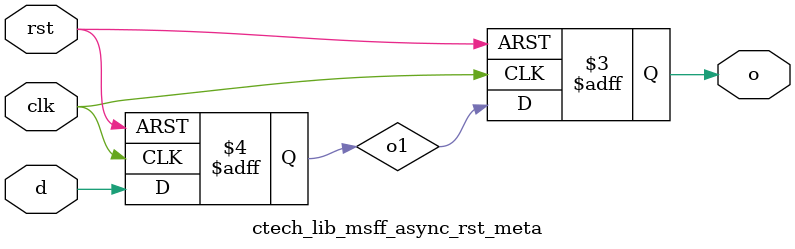
<source format=sv>
`include "hs_chv_macro_tech_map.vh"

module ctech_lib_msff_async_rst_meta (
   input logic clk,
   input logic d, 
   input logic rst,
   output logic o
);
   `ifndef DC
   logic o1;
   always_ff  @ (posedge rst or posedge clk)
      if (rst)
         o1 <= 1'b0;
      else
         o1 <= d;
   always_ff  @ (posedge rst  or posedge clk)
      if (rst)
         o <= 1'b0;
      else
         o <= o1;
   `else
   logic rstb;
   `LIB_CLKINV_SOC(rstb,rst) 
   `LIB_ASYNC_RST_2MSFF_META(o,d,clk,rstb)
   `endif
endmodule

</source>
